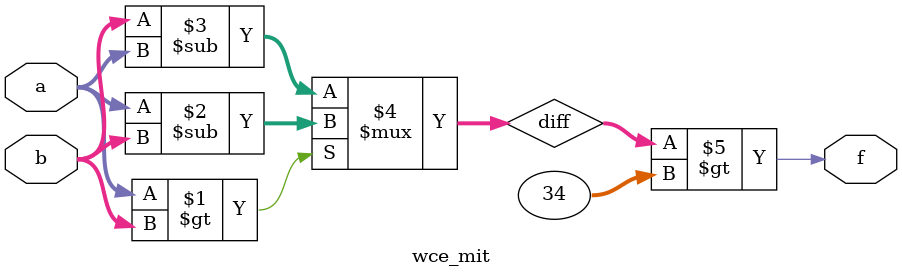
<source format=v>
module wce_mit(a, b, f);
parameter _bit = 8;
parameter wce = 34;
input [_bit - 1: 0] a;
input [_bit - 1: 0] b;
output f;
wire [_bit - 1: 0] diff;
assign diff = (a > b)? (a - b): (b - a);
assign f = (diff > wce);
endmodule

</source>
